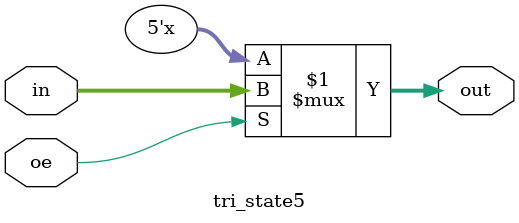
<source format=v>

module tri_state5(in, oe, out);

	input [4:0] in;
	input oe;
	output [4:0] out;
	
	assign out = oe ? in : 5'dz;


endmodule
</source>
